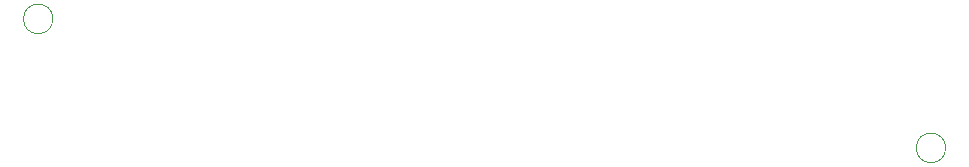
<source format=gbr>
G04 #@! TF.GenerationSoftware,KiCad,Pcbnew,(5.1.9)-1*
G04 #@! TF.CreationDate,2021-07-05T20:40:17-04:00*
G04 #@! TF.ProjectId,DepthABC,44657074-6841-4424-932e-6b696361645f,rev?*
G04 #@! TF.SameCoordinates,Original*
G04 #@! TF.FileFunction,Other,User*
%FSLAX46Y46*%
G04 Gerber Fmt 4.6, Leading zero omitted, Abs format (unit mm)*
G04 Created by KiCad (PCBNEW (5.1.9)-1) date 2021-07-05 20:40:17*
%MOMM*%
%LPD*%
G01*
G04 APERTURE LIST*
%ADD10C,0.050000*%
G04 APERTURE END LIST*
D10*
G04 #@! TO.C,FID4*
X247098400Y-143708400D02*
G75*
G03*
X247098400Y-143708400I-1250000J0D01*
G01*
G04 #@! TO.C,FID1*
X171508000Y-132786400D02*
G75*
G03*
X171508000Y-132786400I-1250000J0D01*
G01*
G04 #@! TD*
M02*

</source>
